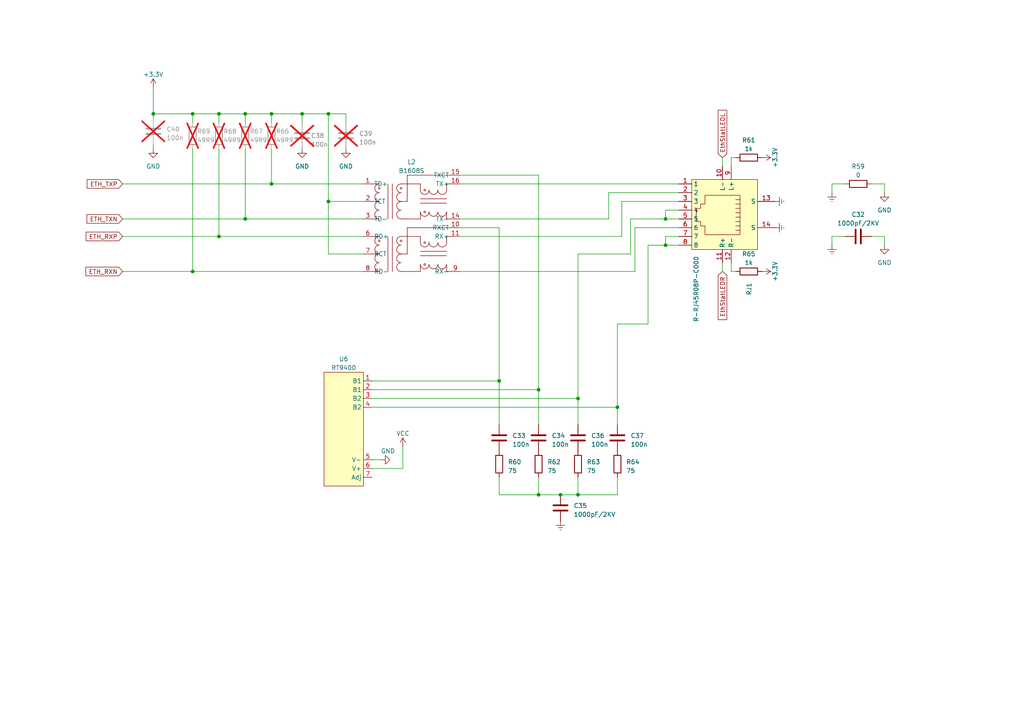
<source format=kicad_sch>
(kicad_sch (version 20231120) (generator "eeschema") (generator_version "8.0")
  (paper "A4")
  (lib_symbols
    (symbol "Device:C" (pin_numbers hide) (pin_names (offset 0.254))
      (property "Reference" "C" (at 0.635 2.54 0))
      (property "Value" "C" (at 0.635 -2.54 0))
      (symbol "C_0_1"
        (polyline (pts (xy -2.032 -0.762) (xy 2.032 -0.762)) (stroke (width 0.508)))
        (polyline (pts (xy -2.032 0.762) (xy 2.032 0.762)) (stroke (width 0.508)))
      )
      (symbol "C_1_1"
        (pin passive line (at 0 3.81 270) (length 2.794) (name "~") (number "1"))
        (pin passive line (at 0 -3.81 90) (length 2.794) (name "~") (number "2"))
      )
    )
    (symbol "Device:R" (pin_numbers hide) (pin_names (offset 0))
      (property "Reference" "R" (at 2.032 0 90))
      (property "Value" "R" (at 0 0 90))
      (symbol "R_0_1"
        (rectangle (start -1.016 -2.54) (end 1.016 2.54) (stroke (width 0.254)))
      )
      (symbol "R_1_1"
        (pin passive line (at 0 3.81 270) (length 1.27) (name "~") (number "1"))
        (pin passive line (at 0 -3.81 90) (length 1.27) (name "~") (number "2"))
      )
    )
    (symbol "LCSC:B1608S"
      (property "Reference" "L" (at -2.54 15.24 0))
      (property "Value" "B1608S" (at -1.27 -31.75 0))
      (symbol "B1608S_0_1"
        (arc (start -8.13 -10.16) (mid -9.3898 -11.43) (end -8.13 -12.7))
        (arc (start -8.13 -7.62) (mid -9.3959 -8.89) (end -8.13 -10.16))
        (arc (start -8.13 -5.08) (mid -9.3898 -6.35) (end -8.13 -7.62))
        (circle (center -8.13 -3.81) (radius 0.25))
        (arc (start -8.13 -2.54) (mid -9.3898 -3.81) (end -8.13 -5.08))
        (arc (start -8.13 5.08) (mid -9.3898 3.81) (end -8.13 2.54))
        (arc (start -8.13 7.62) (mid -9.3898 6.35) (end -8.13 5.08))
        (arc (start -8.13 10.16) (mid -9.3898 8.89) (end -8.13 7.62))
        (circle (center -8.13 11.43) (radius 0.25))
        (arc (start -8.13 12.7) (mid -9.3898 11.43) (end -8.13 10.16))
        (arc (start -1.78 -10.16) (mid -3.0398 -11.43) (end -1.78 -12.7))
        (arc (start -1.78 -7.62) (mid -3.0459 -8.89) (end -1.78 -10.16))
        (arc (start -1.78 -5.08) (mid -3.0398 -6.35) (end -1.78 -7.62))
        (circle (center -1.78 -3.81) (radius 0.25))
        (arc (start -1.78 -2.54) (mid -3.0398 -3.81) (end -1.78 -5.08))
        (arc (start -1.78 5.08) (mid -3.0398 3.81) (end -1.78 2.54))
        (arc (start -1.78 7.62) (mid -3.0398 6.35) (end -1.78 5.08))
        (arc (start -1.78 10.16) (mid -3.0398 8.89) (end -1.78 7.62))
        (circle (center -1.78 11.43) (radius 0.25))
        (arc (start -1.78 12.7) (mid -3.0398 11.43) (end -1.78 10.16))
        (polyline (pts (xy -10.16 -12.7) (xy -8.13 -12.7)))
        (polyline (pts (xy -10.16 -7.62) (xy -8.13 -7.62)))
        (polyline (pts (xy -10.16 -2.54) (xy -8.13 -2.54)))
        (polyline (pts (xy -10.16 2.54) (xy -8.13 2.54)))
        (polyline (pts (xy -10.16 7.62) (xy -8.13 7.62)))
        (polyline (pts (xy -10.16 12.7) (xy -8.13 12.7)))
        (polyline (pts (xy -5.59 -2.54) (xy -5.59 -12.7)))
        (polyline (pts (xy -5.59 12.7) (xy -5.59 2.54)))
        (polyline (pts (xy -4.32 -2.54) (xy -4.32 -12.7)))
        (polyline (pts (xy -4.32 12.7) (xy -4.32 2.54)))
        (polyline (pts (xy -1.78 -7.62) (xy 0 -7.62)))
        (polyline (pts (xy -1.78 -2.54) (xy 3.81 -2.54)))
        (polyline (pts (xy -1.78 7.62) (xy 0 7.62)))
        (polyline (pts (xy -1.78 12.7) (xy 3.81 12.7)))
        (polyline (pts (xy 0 -7.62) (xy 0 0)))
        (polyline (pts (xy 0 0) (xy 12.7 0)))
        (polyline (pts (xy 0 7.62) (xy 0 15.24)))
        (polyline (pts (xy 0 15.24) (xy 12.7 15.24)))
        (polyline (pts (xy 3.81 -12.7) (xy -1.78 -12.7)))
        (polyline (pts (xy 3.81 -12.7) (xy 3.81 -10.67)))
        (polyline (pts (xy 3.81 -8.13) (xy 11.43 -8.13)))
        (polyline (pts (xy 3.81 -6.86) (xy 11.43 -6.86)))
        (polyline (pts (xy 3.81 -2.54) (xy 3.81 -4.32)))
        (polyline (pts (xy 3.81 2.54) (xy -1.78 2.54)))
        (polyline (pts (xy 3.81 2.54) (xy 3.81 4.57)))
        (polyline (pts (xy 3.81 7.11) (xy 11.43 7.11)))
        (polyline (pts (xy 3.81 8.38) (xy 11.43 8.38)))
        (polyline (pts (xy 3.81 12.7) (xy 3.81 10.92)))
        (polyline (pts (xy 11.43 -12.7) (xy 12.7 -12.7)))
        (polyline (pts (xy 11.43 -10.67) (xy 11.43 -12.7)))
        (polyline (pts (xy 11.43 -4.32) (xy 11.43 -2.54)))
        (polyline (pts (xy 11.43 -2.54) (xy 12.7 -2.54)))
        (polyline (pts (xy 11.43 2.54) (xy 12.7 2.54)))
        (polyline (pts (xy 11.43 4.57) (xy 11.43 2.54)))
        (polyline (pts (xy 11.43 10.92) (xy 11.43 12.7)))
        (polyline (pts (xy 11.43 12.7) (xy 12.7 12.7)))
        (arc (start 3.81 -10.67) (mid 5.08 -11.931) (end 6.35 -10.67))
        (arc (start 3.81 -4.32) (mid 5.08 -5.581) (end 6.35 -4.32))
        (arc (start 3.81 4.57) (mid 5.08 3.309) (end 6.35 4.57))
        (arc (start 3.81 10.92) (mid 5.08 9.659) (end 6.35 10.92))
        (circle (center 5.08 -10.67) (radius 0.25))
        (circle (center 5.08 -4.32) (radius 0.25))
        (circle (center 5.08 4.57) (radius 0.25))
        (circle (center 5.08 10.92) (radius 0.25))
        (arc (start 6.35 -10.67) (mid 7.62 -11.9349) (end 8.89 -10.67))
        (arc (start 6.35 -4.32) (mid 7.62 -5.5851) (end 8.89 -4.32))
        (arc (start 6.35 4.57) (mid 7.62 3.3051) (end 8.89 4.57))
        (arc (start 6.35 10.92) (mid 7.62 9.6549) (end 8.89 10.92))
        (arc (start 8.89 -10.67) (mid 10.16 -11.9349) (end 11.43 -10.67))
        (arc (start 8.89 -4.32) (mid 10.16 -5.5851) (end 11.43 -4.32))
        (arc (start 8.89 4.57) (mid 10.16 3.3051) (end 11.43 4.57))
        (arc (start 8.89 10.92) (mid 10.16 9.6549) (end 11.43 10.92))
        (pin unspecified line (at -12.7 12.7 0) (length 2.54) (name "TD+") (number "1"))
        (pin unspecified line (at 15.24 0 180) (length 2.54) (name "RXCT") (number "10"))
        (pin unspecified line (at 15.24 -2.54 180) (length 2.54) (name "RX+") (number "11"))
        (pin unspecified line (at 15.24 2.54 180) (length 2.54) (name "TX-") (number "14"))
        (pin unspecified line (at 15.24 15.24 180) (length 2.54) (name "TXCT") (number "15"))
        (pin unspecified line (at 15.24 12.7 180) (length 2.54) (name "TX+") (number "16"))
        (pin unspecified line (at -12.7 7.62 0) (length 2.54) (name "TCT") (number "2"))
        (pin unspecified line (at -12.7 2.54 0) (length 2.54) (name "TD-") (number "3"))
        (pin unspecified line (at -12.7 -2.54 0) (length 2.54) (name "RD+") (number "6"))
        (pin unspecified line (at -12.7 -7.62 0) (length 2.54) (name "RCT") (number "7"))
        (pin unspecified line (at -12.7 -12.7 0) (length 2.54) (name "RD-") (number "8"))
        (pin unspecified line (at 15.24 -12.7 180) (length 2.54) (name "RX-") (number "9"))
      )
    )
    (symbol "LCSC:R-RJ45R08P-C000"
      (property "Reference" "RJ" (at 0 20.32 0))
      (property "Value" "R-RJ45R08P-C000" (at 0 -17.78 0))
      (symbol "R-RJ45R08P-C000_0_1"
        (rectangle (start -11.43 10.16) (end 8.89 -8.89) (fill (type background)))
        (polyline (pts (xy -5.59 3.81) (xy -5.59 5.08) (xy -5.59 5.08)))
        (polyline (pts (xy -4.32 5.08) (xy -4.32 3.81) (xy -4.32 3.81)))
        (polyline (pts (xy -3.05 5.08) (xy -3.05 3.81) (xy -3.05 3.81)))
        (polyline (pts (xy -1.78 5.08) (xy -1.78 3.81) (xy -1.78 3.81)))
        (polyline (pts (xy -0.51 5.08) (xy -0.51 3.81) (xy -0.51 3.81)))
        (polyline (pts (xy 0.76 5.08) (xy 0.76 3.81) (xy 0.76 3.81)))
        (polyline (pts (xy 2.03 3.81) (xy 2.03 5.08) (xy 2.03 5.08)))
        (polyline (pts (xy 3.3 3.81) (xy 3.3 5.08) (xy 3.3 5.08)))
        (polyline (pts (xy -6.86 5.08) (xy 4.57 5.08) (xy 4.57 -5.08) (xy 2.03 -5.08) (xy 2.03 -6.35) (xy 0.76 -6.35) (xy 0.76 -7.62) (xy -3.05 -7.62) (xy -3.05 -6.35) (xy -4.32 -6.35) (xy -4.32 -5.08) (xy -6.86 -5.08) (xy -6.86 5.08) (xy -6.86 5.08)) (fill (type background)))
        (pin unspecified line (at -10.16 -12.7 90) (length 3.81) (name "1") (number "1"))
        (pin unspecified line (at -15.24 0 0) (length 3.81) (name "L-") (number "10"))
        (pin unspecified line (at 12.7 0 180) (length 3.81) (name "R+") (number "11"))
        (pin unspecified line (at 12.7 2.54 180) (length 3.81) (name "R-") (number "12"))
        (pin unspecified line (at -5.08 15.24 270) (length 5.08) (name "S") (number "13"))
        (pin unspecified line (at 2.54 15.24 270) (length 5.08) (name "S") (number "14"))
        (pin unspecified line (at -7.62 -12.7 90) (length 3.81) (name "2") (number "2"))
        (pin unspecified line (at -5.08 -12.7 90) (length 3.81) (name "3") (number "3"))
        (pin unspecified line (at -2.54 -12.7 90) (length 3.81) (name "4") (number "4"))
        (pin unspecified line (at 0 -12.7 90) (length 3.81) (name "5") (number "5"))
        (pin unspecified line (at 2.54 -12.7 90) (length 3.81) (name "6") (number "6"))
        (pin unspecified line (at 5.08 -12.7 90) (length 3.81) (name "7") (number "7"))
        (pin unspecified line (at 7.62 -12.7 90) (length 3.81) (name "8") (number "8"))
        (pin unspecified line (at -15.24 2.54 0) (length 3.81) (name "L+") (number "9"))
      )
    )
    (symbol "Techbeard:RT9400"
      (property "Reference" "U" (at -20.32 12.7 0))
      (property "Value" "RT9400" (at -3.81 6.35 0))
      (symbol "RT9400_0_1"
        (rectangle (start -20.32 11.43) (end 12.7 0) (fill (type background)))
      )
      (symbol "RT9400_1_1"
        (pin input line (at -17.78 -2.54 90) (length 2.54) (name "B1") (number "1"))
        (pin input line (at -15.24 -2.54 90) (length 2.54) (name "B1") (number "2"))
        (pin input line (at -12.7 -2.54 90) (length 2.54) (name "B2") (number "3"))
        (pin input line (at -10.16 -2.54 90) (length 2.54) (name "B2") (number "4"))
        (pin input line (at 5.08 -2.54 90) (length 2.54) (name "V-") (number "5"))
        (pin input line (at 7.62 -2.54 90) (length 2.54) (name "V+") (number "6"))
        (pin input line (at 10.16 -2.54 90) (length 2.54) (name "Adj") (number "7"))
      )
    )
    (symbol "power:+3.3V" (power) (pin_names (offset 0))
      (property "Value" "+3.3V" (at 0 3.556 0))
      (symbol "+3.3V_0_1"
        (polyline (pts (xy -0.762 1.27) (xy 0 2.54)))
        (polyline (pts (xy 0 0) (xy 0 2.54)))
        (polyline (pts (xy 0 2.54) (xy 0.762 1.27)))
      )
      (symbol "+3.3V_1_1"
        (pin power_in line (at 0 0 90) (length 0) hide (name "+3.3V") (number "1"))
      )
    )
    (symbol "power:Earth" (power) (pin_names (offset 0))
      (symbol "Earth_0_1"
        (polyline (pts (xy -0.635 -1.905) (xy 0.635 -1.905)))
        (polyline (pts (xy -0.127 -2.54) (xy 0.127 -2.54)))
        (polyline (pts (xy 0 -1.27) (xy 0 0)))
        (polyline (pts (xy 1.27 -1.27) (xy -1.27 -1.27)))
      )
      (symbol "Earth_1_1"
        (pin power_in line (at 0 0 270) (length 0) hide (name "Earth") (number "1"))
      )
    )
    (symbol "power:GND" (power) (pin_names (offset 0))
      (property "Value" "GND" (at 0 -3.81 0))
      (symbol "GND_0_1"
        (polyline (pts (xy 0 0) (xy 0 -1.27) (xy 1.27 -1.27) (xy 0 -2.54) (xy -1.27 -1.27) (xy 0 -1.27)))
      )
      (symbol "GND_1_1"
        (pin power_in line (at 0 0 270) (length 0) hide (name "GND") (number "1"))
      )
    )
    (symbol "power:VCC" (power) (pin_names (offset 0))
      (property "Value" "VCC" (at 0 3.81 0))
      (symbol "VCC_0_1"
        (polyline (pts (xy -0.762 1.27) (xy 0 2.54)))
        (polyline (pts (xy 0 0) (xy 0 2.54)))
        (polyline (pts (xy 0 2.54) (xy 0.762 1.27)))
      )
      (symbol "VCC_1_1"
        (pin power_in line (at 0 0 90) (length 0) hide (name "VCC") (number "1"))
      )
    )
  )
  (junction (at 63.5 68.58))
  (junction (at 78.74 33.02))
  (junction (at 167.64 115.57))
  (junction (at 55.88 78.74))
  (junction (at 44.45 33.02))
  (junction (at 156.21 143.51))
  (junction (at 87.63 33.02))
  (junction (at 63.5 33.02))
  (junction (at 95.25 58.42))
  (junction (at 55.88 33.02))
  (junction (at 193.04 63.5))
  (junction (at 71.12 33.02))
  (junction (at 144.78 110.49))
  (junction (at 179.07 118.11))
  (junction (at 193.04 71.12))
  (junction (at 162.56 143.51))
  (junction (at 156.21 113.03))
  (junction (at 71.12 63.5))
  (junction (at 78.74 53.34))
  (junction (at 167.64 143.51))
  (junction (at 95.25 33.02))
  (wire (pts (xy 213.36 78.74) (xy 212.09 78.74)))
  (wire (pts (xy 71.12 33.02) (xy 71.12 35.56)))
  (wire (pts (xy 105.41 73.66) (xy 95.25 73.66)))
  (wire (pts (xy 133.35 50.8) (xy 156.21 50.8)))
  (wire (pts (xy 71.12 43.18) (xy 71.12 63.5)))
  (wire (pts (xy 133.35 68.58) (xy 180.34 68.58)))
  (wire (pts (xy 44.45 25.4) (xy 44.45 33.02)))
  (wire (pts (xy 196.85 60.96) (xy 193.04 60.96)))
  (wire (pts (xy 87.63 33.02) (xy 87.63 35.56)))
  (wire (pts (xy 107.95 133.35) (xy 110.49 133.35)))
  (wire (pts (xy 179.07 138.43) (xy 179.07 143.51)))
  (wire (pts (xy 176.53 55.88) (xy 196.85 55.88)))
  (wire (pts (xy 87.63 33.02) (xy 95.25 33.02)))
  (wire (pts (xy 196.85 66.04) (xy 184.15 66.04)))
  (wire (pts (xy 133.35 66.04) (xy 144.78 66.04)))
  (wire (pts (xy 44.45 41.91) (xy 44.45 43.18)))
  (wire (pts (xy 241.3 55.88) (xy 241.3 53.34)))
  (wire (pts (xy 179.07 118.11) (xy 179.07 123.19)))
  (wire (pts (xy 212.09 45.72) (xy 212.09 48.26)))
  (wire (pts (xy 55.88 35.56) (xy 55.88 33.02)))
  (wire (pts (xy 78.74 33.02) (xy 87.63 33.02)))
  (wire (pts (xy 196.85 68.58) (xy 193.04 68.58)))
  (wire (pts (xy 144.78 138.43) (xy 144.78 143.51)))
  (wire (pts (xy 63.5 33.02) (xy 63.5 35.56)))
  (wire (pts (xy 156.21 143.51) (xy 162.56 143.51)))
  (wire (pts (xy 95.25 58.42) (xy 95.25 73.66)))
  (wire (pts (xy 180.34 58.42) (xy 196.85 58.42)))
  (wire (pts (xy 107.95 135.89) (xy 116.84 135.89)))
  (wire (pts (xy 133.35 53.34) (xy 196.85 53.34)))
  (wire (pts (xy 144.78 110.49) (xy 144.78 123.19)))
  (wire (pts (xy 44.45 33.02) (xy 44.45 34.29)))
  (wire (pts (xy 63.5 68.58) (xy 105.41 68.58)))
  (wire (pts (xy 167.64 115.57) (xy 167.64 123.19)))
  (wire (pts (xy 187.96 71.12) (xy 187.96 93.98)))
  (wire (pts (xy 156.21 138.43) (xy 156.21 143.51)))
  (wire (pts (xy 241.3 53.34) (xy 245.11 53.34)))
  (wire (pts (xy 95.25 58.42) (xy 105.41 58.42)))
  (wire (pts (xy 252.73 68.58) (xy 256.54 68.58)))
  (wire (pts (xy 107.95 118.11) (xy 179.07 118.11)))
  (wire (pts (xy 180.34 68.58) (xy 180.34 58.42)))
  (wire (pts (xy 107.95 115.57) (xy 167.64 115.57)))
  (wire (pts (xy 78.74 35.56) (xy 78.74 33.02)))
  (wire (pts (xy 256.54 68.58) (xy 256.54 71.12)))
  (wire (pts (xy 144.78 143.51) (xy 156.21 143.51)))
  (wire (pts (xy 193.04 71.12) (xy 196.85 71.12)))
  (wire (pts (xy 156.21 50.8) (xy 156.21 113.03)))
  (wire (pts (xy 116.84 135.89) (xy 116.84 129.54)))
  (wire (pts (xy 107.95 113.03) (xy 156.21 113.03)))
  (wire (pts (xy 133.35 63.5) (xy 176.53 63.5)))
  (wire (pts (xy 179.07 93.98) (xy 179.07 118.11)))
  (wire (pts (xy 256.54 53.34) (xy 256.54 55.88)))
  (wire (pts (xy 95.25 33.02) (xy 95.25 58.42)))
  (wire (pts (xy 63.5 43.18) (xy 63.5 68.58)))
  (wire (pts (xy 209.55 45.72) (xy 209.55 48.26)))
  (wire (pts (xy 162.56 143.51) (xy 167.64 143.51)))
  (wire (pts (xy 63.5 33.02) (xy 71.12 33.02)))
  (wire (pts (xy 95.25 33.02) (xy 100.33 33.02)))
  (wire (pts (xy 182.88 73.66) (xy 167.64 73.66)))
  (wire (pts (xy 55.88 78.74) (xy 105.41 78.74)))
  (wire (pts (xy 35.56 78.74) (xy 55.88 78.74)))
  (wire (pts (xy 193.04 63.5) (xy 196.85 63.5)))
  (wire (pts (xy 78.74 53.34) (xy 105.41 53.34)))
  (wire (pts (xy 55.88 43.18) (xy 55.88 78.74)))
  (wire (pts (xy 176.53 63.5) (xy 176.53 55.88)))
  (wire (pts (xy 35.56 63.5) (xy 71.12 63.5)))
  (wire (pts (xy 167.64 73.66) (xy 167.64 115.57)))
  (wire (pts (xy 184.15 66.04) (xy 184.15 78.74)))
  (wire (pts (xy 55.88 33.02) (xy 63.5 33.02)))
  (wire (pts (xy 252.73 53.34) (xy 256.54 53.34)))
  (wire (pts (xy 193.04 60.96) (xy 193.04 63.5)))
  (wire (pts (xy 193.04 71.12) (xy 187.96 71.12)))
  (wire (pts (xy 35.56 68.58) (xy 63.5 68.58)))
  (wire (pts (xy 241.3 71.12) (xy 241.3 68.58)))
  (wire (pts (xy 193.04 68.58) (xy 193.04 71.12)))
  (wire (pts (xy 107.95 110.49) (xy 144.78 110.49)))
  (wire (pts (xy 156.21 113.03) (xy 156.21 123.19)))
  (wire (pts (xy 187.96 93.98) (xy 179.07 93.98)))
  (wire (pts (xy 78.74 43.18) (xy 78.74 53.34)))
  (wire (pts (xy 167.64 143.51) (xy 179.07 143.51)))
  (wire (pts (xy 184.15 78.74) (xy 133.35 78.74)))
  (wire (pts (xy 209.55 76.2) (xy 209.55 78.74)))
  (wire (pts (xy 167.64 138.43) (xy 167.64 143.51)))
  (wire (pts (xy 193.04 63.5) (xy 182.88 63.5)))
  (wire (pts (xy 182.88 63.5) (xy 182.88 73.66)))
  (wire (pts (xy 44.45 33.02) (xy 55.88 33.02)))
  (wire (pts (xy 144.78 66.04) (xy 144.78 110.49)))
  (wire (pts (xy 213.36 45.72) (xy 212.09 45.72)))
  (wire (pts (xy 212.09 78.74) (xy 212.09 76.2)))
  (wire (pts (xy 71.12 63.5) (xy 105.41 63.5)))
  (wire (pts (xy 241.3 68.58) (xy 245.11 68.58)))
  (wire (pts (xy 100.33 35.56) (xy 100.33 33.02)))
  (wire (pts (xy 35.56 53.34) (xy 78.74 53.34)))
  (wire (pts (xy 71.12 33.02) (xy 78.74 33.02)))
  (global_label "ETH_RXP" (shape input) (at 35.56 68.58 180) (property "Intersheetrefs" "${INTERSHEET_REFS}" (effects (hide yes))))
  (global_label "ETH_TXP" (shape input) (at 35.56 53.34 180) (property "Intersheetrefs" "${INTERSHEET_REFS}" (effects (hide yes))))
  (global_label "EthStatLEDL" (shape input) (at 209.55 45.72 90) (property "Intersheetrefs" "${INTERSHEET_REFS}" (effects (hide yes))))
  (global_label "ETH_RXN" (shape input) (at 35.56 78.74 180) (property "Intersheetrefs" "${INTERSHEET_REFS}" (effects (hide yes))))
  (global_label "EthStatLEDR" (shape input) (at 209.55 78.74 270) (property "Intersheetrefs" "${INTERSHEET_REFS}" (effects (hide yes))))
  (global_label "ETH_TXN" (shape input) (at 35.56 63.5 180) (property "Intersheetrefs" "${INTERSHEET_REFS}" (effects (hide yes))))
  (symbol (lib_id "Device:R") (at 144.78 134.62 0) (unit 1)
    (property "Reference" "R60" (at 147.32 133.985 0) (effects (justify left)))
    (property "Value" "75" (at 147.32 136.525 0) (effects (justify left)))
    (property "Footprint" "Resistor_SMD:R_0402_1005Metric" (effects (hide yes)))
    (instances (project "WCH-ETH-LOW" (path "" (reference "R60") (unit 1))) (project "WCH-ETH" (path "" (reference "R6") (unit 1))))
  )
  (symbol (lib_id "power:GND") (at 256.54 71.12 0) (unit 1)
    (property "Reference" "#PWR0105" (effects (hide yes)))
    (property "Value" "GND" (at 256.54 76.2 0))
    (instances (project "WCH-ETH-LOW" (path "" (reference "#PWR0105") (unit 1))) (project "WCH-ETH" (path "" (reference "#PWR021") (unit 1)) (path "" (reference "#PWR042") (unit 1))))
  )
  (symbol (lib_id "Device:C") (at 44.45 38.1 180) (unit 1) (dnp yes)
    (property "Reference" "C40" (at 48.26 37.465 0) (effects (justify right)))
    (property "Value" "100n" (at 48.26 40.005 0) (effects (justify right)))
    (property "Footprint" "Capacitor_SMD:C_0402_1005Metric" (effects (hide yes)))
    (instances (project "WCH-ETH-LOW" (path "" (reference "C40") (unit 1))) (project "WCH-ETH" (path "" (reference "C25") (unit 1))))
  )
  (symbol (lib_id "Device:C") (at 156.21 127 0) (unit 1)
    (property "Reference" "C34" (at 160.02 126.365 0) (effects (justify left)))
    (property "Value" "100n" (at 160.02 128.905 0) (effects (justify left)))
    (property "Footprint" "Capacitor_SMD:C_0402_1005Metric" (effects (hide yes)))
    (instances (project "WCH-ETH-LOW" (path "" (reference "C34") (unit 1))) (project "WCH-ETH" (path "" (reference "C16") (unit 1))))
  )
  (symbol (lib_id "Device:C") (at 162.56 147.32 0) (unit 1)
    (property "Reference" "C35" (at 166.37 146.685 0) (effects (justify left)))
    (property "Value" "1000pF/2KV" (at 166.37 149.225 0) (effects (justify left)))
    (property "Footprint" "Capacitor_SMD:C_1206_3216Metric" (effects (hide yes)))
    (instances (project "WCH-ETH-LOW" (path "" (reference "C35") (unit 1))) (project "WCH-ETH" (path "" (reference "C23") (unit 1))))
  )
  (symbol (lib_id "power:GND") (at 256.54 55.88 0) (unit 1)
    (property "Reference" "#PWR0104" (effects (hide yes)))
    (property "Value" "GND" (at 256.54 60.96 0))
    (instances (project "WCH-ETH-LOW" (path "" (reference "#PWR0104") (unit 1))) (project "WCH-ETH" (path "" (reference "#PWR021") (unit 1)) (path "" (reference "#PWR040") (unit 1))))
  )
  (symbol (lib_id "Device:R") (at 78.74 39.37 0) (unit 1) (dnp yes)
    (property "Reference" "R66" (at 80.01 38.1 0) (effects (justify left)))
    (property "Value" "49R9" (at 80.01 40.64 0) (effects (justify left)))
    (property "Footprint" "Resistor_SMD:R_0402_1005Metric" (effects (hide yes)))
  )
  (symbol (lib_id "power:GND") (at 100.33 43.18 0) (unit 1)
    (property "Reference" "#PWR0114" (effects (hide yes)))
    (property "Value" "GND" (at 100.33 48.26 0))
    (instances (project "WCH-ETH-LOW" (path "" (reference "#PWR0114") (unit 1))) (project "WCH-ETH" (path "" (reference "#PWR0134") (unit 1)) (path "" (reference "#PWR0134") (unit 1))))
  )
  (symbol (lib_id "power:+3.3V") (at 44.45 25.4 0) (unit 1)
    (property "Reference" "#PWR0111" (effects (hide yes)))
    (property "Value" "+3.3V" (at 44.45 21.59 0))
    (instances (project "WCH-ETH-LOW" (path "" (reference "#PWR0111") (unit 1))) (project "WCH-ETH" (path "" (reference "#PWR0133") (unit 1)) (path "" (reference "#PWR0133") (unit 1))))
  )
  (symbol (lib_id "Device:C") (at 248.92 68.58 90) (unit 1)
    (property "Reference" "C32" (at 248.92 62.23 90))
    (property "Value" "1000pF/2KV" (at 248.92 64.77 90))
    (property "Footprint" "Capacitor_SMD:C_1206_3216Metric" (effects (hide yes)))
    (instances (project "WCH-ETH-LOW" (path "" (reference "C32") (unit 1))) (project "WCH-ETH" (path "" (reference "C25") (unit 1))))
  )
  (symbol (lib_id "Device:R") (at 71.12 39.37 0) (unit 1) (dnp yes)
    (property "Reference" "R67" (at 72.39 38.1 0) (effects (justify left)))
    (property "Value" "49R9" (at 72.39 40.64 0) (effects (justify left)))
    (property "Footprint" "Resistor_SMD:R_0402_1005Metric" (effects (hide yes)))
  )
  (symbol (lib_id "Device:R") (at 156.21 134.62 0) (unit 1)
    (property "Reference" "R62" (at 158.75 133.985 0) (effects (justify left)))
    (property "Value" "75" (at 158.75 136.525 0) (effects (justify left)))
    (property "Footprint" "Resistor_SMD:R_0402_1005Metric" (effects (hide yes)))
    (instances (project "WCH-ETH-LOW" (path "" (reference "R62") (unit 1))) (project "WCH-ETH" (path "" (reference "R7") (unit 1))))
  )
  (symbol (lib_id "Device:R") (at 179.07 134.62 0) (unit 1)
    (property "Reference" "R64" (at 181.61 133.985 0) (effects (justify left)))
    (property "Value" "75" (at 181.61 136.525 0) (effects (justify left)))
    (property "Footprint" "Resistor_SMD:R_0402_1005Metric" (effects (hide yes)))
    (instances (project "WCH-ETH-LOW" (path "" (reference "R64") (unit 1))) (project "WCH-ETH" (path "" (reference "R7") (unit 1))))
  )
  (symbol (lib_id "power:+3.3V") (at 220.98 45.72 270) (unit 1)
    (property "Reference" "#PWR0106" (effects (hide yes)))
    (property "Value" "+3.3V" (at 224.79 45.72 0))
    (instances (project "WCH-ETH-LOW" (path "" (reference "#PWR0106") (unit 1))) (project "WCH-ETH" (path "" (reference "#PWR0133") (unit 1)) (path "" (reference "#PWR0133") (unit 1))))
  )
  (symbol (lib_id "power:Earth") (at 224.79 66.04 90) (unit 1)
    (property "Reference" "#PWR0109" (effects (hide yes)))
    (property "Value" "Earth" (effects (hide yes)))
  )
  (symbol (lib_id "Device:R") (at 217.17 45.72 270) (unit 1)
    (property "Reference" "R61" (at 217.17 40.64 90))
    (property "Value" "1k" (at 217.17 43.18 90))
    (property "Footprint" "Resistor_SMD:R_0402_1005Metric" (effects (hide yes)))
  )
  (symbol (lib_id "Techbeard:RT9400") (at 105.41 128.27 90) (mirror x) (unit 1)
    (property "Reference" "U6" (at 99.695 104.14 90))
    (property "Value" "RT9400" (at 99.695 106.68 90))
    (property "Footprint" "Techbeard:RT9400" (effects (hide yes)))
  )
  (symbol (lib_id "Device:R") (at 217.17 78.74 270) (unit 1)
    (property "Reference" "R65" (at 217.17 73.66 90))
    (property "Value" "1k" (at 217.17 76.2 90))
    (property "Footprint" "Resistor_SMD:R_0402_1005Metric" (effects (hide yes)))
  )
  (symbol (lib_id "Device:R") (at 248.92 53.34 90) (unit 1)
    (property "Reference" "R59" (at 248.92 48.26 90))
    (property "Value" "0" (at 248.92 50.8 90))
    (property "Footprint" "Capacitor_SMD:C_1206_3216Metric" (effects (hide yes)))
    (instances (project "WCH-ETH-LOW" (path "" (reference "R59") (unit 1))) (project "WCH-ETH" (path "" (reference "R5") (unit 1))))
  )
  (symbol (lib_id "Device:C") (at 167.64 127 0) (unit 1)
    (property "Reference" "C36" (at 171.45 126.365 0) (effects (justify left)))
    (property "Value" "100n" (at 171.45 128.905 0) (effects (justify left)))
    (property "Footprint" "Capacitor_SMD:C_0402_1005Metric" (effects (hide yes)))
    (instances (project "WCH-ETH-LOW" (path "" (reference "C36") (unit 1))) (project "WCH-ETH" (path "" (reference "C15") (unit 1))))
  )
  (symbol (lib_id "Device:R") (at 55.88 39.37 0) (unit 1) (dnp yes)
    (property "Reference" "R69" (at 57.15 38.1 0) (effects (justify left)))
    (property "Value" "49R9" (at 57.15 40.64 0) (effects (justify left)))
    (property "Footprint" "Resistor_SMD:R_0402_1005Metric" (effects (hide yes)))
  )
  (symbol (lib_id "power:Earth") (at 162.56 151.13 0) (unit 1)
    (property "Reference" "#PWR0107" (effects (hide yes)))
    (property "Value" "Earth" (effects (hide yes)))
    (instances (project "WCH-ETH-LOW" (path "" (reference "#PWR0107") (unit 1))) (project "WCH-ETH" (path "" (reference "#PWR035") (unit 1))))
  )
  (symbol (lib_id "power:GND") (at 87.63 43.18 0) (unit 1)
    (property "Reference" "#PWR0113" (effects (hide yes)))
    (property "Value" "GND" (at 87.63 48.26 0))
    (instances (project "WCH-ETH-LOW" (path "" (reference "#PWR0113") (unit 1))) (project "WCH-ETH" (path "" (reference "#PWR0134") (unit 1)) (path "" (reference "#PWR0134") (unit 1))))
  )
  (symbol (lib_id "Device:C") (at 87.63 39.37 180) (unit 1) (dnp yes)
    (property "Reference" "C38" (at 90.17 39.37 0) (effects (justify right)))
    (property "Value" "100n" (at 90.17 41.91 0) (effects (justify right)))
    (property "Footprint" "Capacitor_SMD:C_0402_1005Metric" (effects (hide yes)))
    (instances (project "WCH-ETH-LOW" (path "" (reference "C38") (unit 1))) (project "WCH-ETH" (path "" (reference "C25") (unit 1))))
  )
  (symbol (lib_id "power:Earth") (at 224.79 58.42 90) (unit 1)
    (property "Reference" "#PWR0108" (effects (hide yes)))
    (property "Value" "Earth" (effects (hide yes)))
  )
  (symbol (lib_id "power:GND") (at 110.49 133.35 90) (unit 1)
    (property "Reference" "#PWR05" (effects (hide yes)))
    (property "Value" "GND" (at 110.49 130.81 90) (effects (justify right)))
    (instances (project "StripController" (path "" (reference "#PWR05") (unit 1))) (project "WCH-ETH-LOW" (path "" (reference "#PWR0127") (unit 1))) (project "Controller_Room" (path "" (reference "#PWR0107") (unit 1))) (project "WCH-ETH" (path "" (reference "#PWR02") (unit 1))))
  )
  (symbol (lib_id "LCSC:R-RJ45R08P-C000") (at 209.55 63.5 270) (unit 1)
    (property "Reference" "RJ1" (at 217.2717 83.82 0))
    (property "Value" "R-RJ45R08P-C000" (at 201.93 83.82 0))
    (property "Footprint" "LCSC:RJ45-TH_R-RJ45R08P-C000" (effects (hide yes)))
    (property "Datasheet" "https://lcsc.com/product-detail/Ethernet-Connectors-Modular-Connectors-RJ45-RJ11_Shenzhen-Cankemeng-R-RJ45R08P-C000_C386757.html" (effects (hide yes)))
    (property "LCSC Part" "C386757" (effects (hide yes)))
  )
  (symbol (lib_id "Device:C") (at 100.33 39.37 180) (unit 1) (dnp yes)
    (property "Reference" "C39" (at 104.14 38.735 0) (effects (justify right)))
    (property "Value" "100n" (at 104.14 41.275 0) (effects (justify right)))
    (property "Footprint" "Capacitor_SMD:C_0402_1005Metric" (effects (hide yes)))
    (instances (project "WCH-ETH-LOW" (path "" (reference "C39") (unit 1))) (project "WCH-ETH" (path "" (reference "C25") (unit 1))))
  )
  (symbol (lib_id "power:Earth") (at 241.3 55.88 0) (unit 1)
    (property "Reference" "#PWR0102" (effects (hide yes)))
    (property "Value" "Earth" (effects (hide yes)))
    (instances (project "WCH-ETH-LOW" (path "" (reference "#PWR0102") (unit 1))) (project "WCH-ETH" (path "" (reference "#PWR039") (unit 1))))
  )
  (symbol (lib_id "Device:R") (at 167.64 134.62 0) (unit 1)
    (property "Reference" "R63" (at 170.18 133.985 0) (effects (justify left)))
    (property "Value" "75" (at 170.18 136.525 0) (effects (justify left)))
    (property "Footprint" "Resistor_SMD:R_0402_1005Metric" (effects (hide yes)))
    (instances (project "WCH-ETH-LOW" (path "" (reference "R63") (unit 1))) (project "WCH-ETH" (path "" (reference "R6") (unit 1))))
  )
  (symbol (lib_id "Device:R") (at 63.5 39.37 0) (unit 1) (dnp yes)
    (property "Reference" "R68" (at 64.77 38.1 0) (effects (justify left)))
    (property "Value" "49R9" (at 64.77 40.64 0) (effects (justify left)))
    (property "Footprint" "Resistor_SMD:R_0402_1005Metric" (effects (hide yes)))
  )
  (symbol (lib_id "LCSC:B1608S") (at 118.11 66.04 0) (unit 1)
    (property "Reference" "L2" (at 119.38 46.99 0))
    (property "Value" "B1608S" (at 119.38 49.53 0))
    (property "Footprint" "LCSC:B1608S" (effects (hide yes)))
    (property "LCSC Part" "C2827284" (effects (hide yes)))
  )
  (symbol (lib_id "Device:C") (at 144.78 127 0) (unit 1)
    (property "Reference" "C33" (at 148.59 126.365 0) (effects (justify left)))
    (property "Value" "100n" (at 148.59 128.905 0) (effects (justify left)))
    (property "Footprint" "Capacitor_SMD:C_0402_1005Metric" (effects (hide yes)))
    (instances (project "WCH-ETH-LOW" (path "" (reference "C33") (unit 1))) (project "WCH-ETH" (path "" (reference "C15") (unit 1))))
  )
  (symbol (lib_id "power:+3.3V") (at 220.98 78.74 270) (unit 1)
    (property "Reference" "#PWR0110" (effects (hide yes)))
    (property "Value" "+3.3V" (at 224.79 78.74 0))
    (instances (project "WCH-ETH-LOW" (path "" (reference "#PWR0110") (unit 1))) (project "WCH-ETH" (path "" (reference "#PWR0133") (unit 1)) (path "" (reference "#PWR0133") (unit 1))))
  )
  (symbol (lib_id "power:VCC") (at 116.84 129.54 0) (unit 1)
    (property "Reference" "#PWR0126" (effects (hide yes)))
    (property "Value" "VCC" (at 116.84 125.73 0))
    (instances (project "WCH-ETH-LOW" (path "" (reference "#PWR0126") (unit 1))) (project "WCH-ETH" (path "" (reference "#PWR012") (unit 1))))
  )
  (symbol (lib_id "power:GND") (at 44.45 43.18 0) (unit 1)
    (property "Reference" "#PWR0112" (effects (hide yes)))
    (property "Value" "GND" (at 44.45 48.26 0))
    (instances (project "WCH-ETH-LOW" (path "" (reference "#PWR0112") (unit 1))) (project "WCH-ETH" (path "" (reference "#PWR0134") (unit 1)) (path "" (reference "#PWR0134") (unit 1))))
  )
  (symbol (lib_id "Device:C") (at 179.07 127 0) (unit 1)
    (property "Reference" "C37" (at 182.88 126.365 0) (effects (justify left)))
    (property "Value" "100n" (at 182.88 128.905 0) (effects (justify left)))
    (property "Footprint" "Capacitor_SMD:C_0402_1005Metric" (effects (hide yes)))
    (instances (project "WCH-ETH-LOW" (path "" (reference "C37") (unit 1))) (project "WCH-ETH" (path "" (reference "C16") (unit 1))))
  )
  (symbol (lib_id "power:Earth") (at 241.3 71.12 0) (unit 1)
    (property "Reference" "#PWR0103" (effects (hide yes)))
    (property "Value" "Earth" (effects (hide yes)))
    (instances (project "WCH-ETH-LOW" (path "" (reference "#PWR0103") (unit 1))) (project "WCH-ETH" (path "" (reference "#PWR041") (unit 1))))
  )
)
</source>
